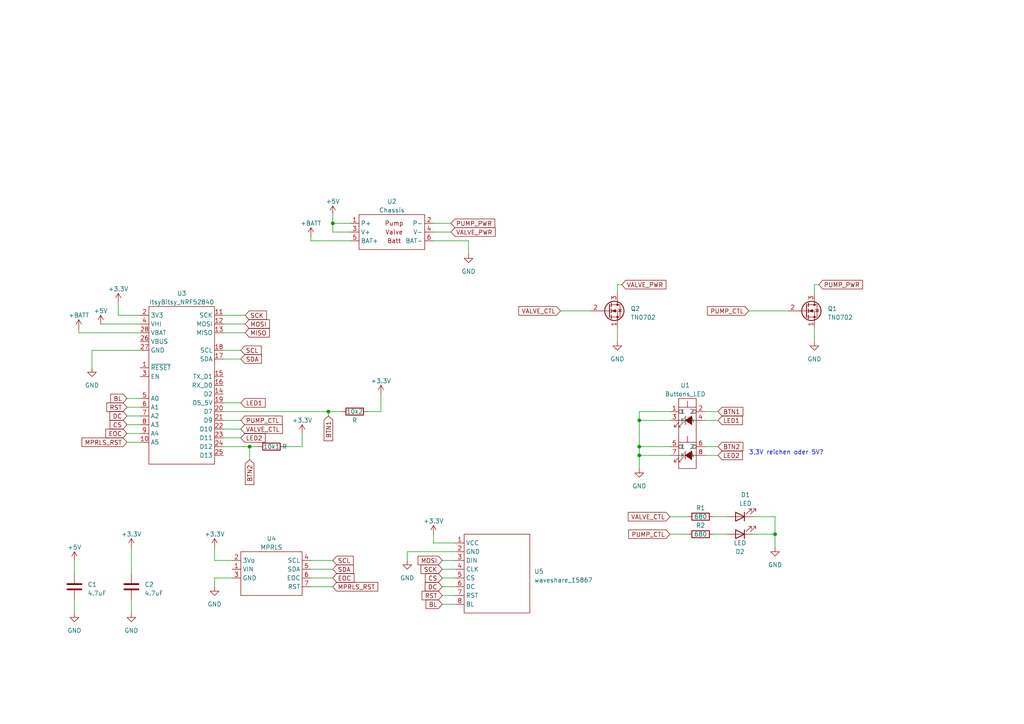
<source format=kicad_sch>
(kicad_sch (version 20230121) (generator eeschema)
  (paper "A4")
  (lib_symbols
    (symbol "BS170_1" (pin_names hide)
      (property "Reference" "Q2" (at 6.35 0.635 0))
      (property "Value" "TN0702" (at 6.35 -1.905 0))
      (symbol "BS170_1_0_1"
        (polyline (pts (xy 0.254 0) (xy -2.54 0)))
        (polyline (pts (xy 0.254 1.905) (xy 0.254 -1.905)) (stroke (width 0.254)))
        (polyline (pts (xy 0.762 -1.27) (xy 0.762 -2.286)) (stroke (width 0.254)))
        (polyline (pts (xy 0.762 0.508) (xy 0.762 -0.508)) (stroke (width 0.254)))
        (polyline (pts (xy 0.762 2.286) (xy 0.762 1.27)) (stroke (width 0.254)))
        (polyline (pts (xy 2.54 2.54) (xy 2.54 1.778)))
        (polyline (pts (xy 2.54 -2.54) (xy 2.54 0) (xy 0.762 0)))
        (polyline (pts (xy 0.762 -1.778) (xy 3.302 -1.778) (xy 3.302 1.778) (xy 0.762 1.778)))
        (polyline (pts (xy 1.016 0) (xy 2.032 0.381) (xy 2.032 -0.381) (xy 1.016 0)) (fill (type outline)))
        (polyline (pts (xy 2.794 0.508) (xy 2.921 0.381) (xy 3.683 0.381) (xy 3.81 0.254)))
        (polyline (pts (xy 3.302 0.381) (xy 2.921 -0.254) (xy 3.683 -0.254) (xy 3.302 0.381)))
        (circle (center 1.651 0) (radius 2.794) (stroke (width 0.254)))
        (circle (center 2.54 -1.778) (radius 0.254) (fill (type outline)))
        (circle (center 2.54 1.778) (radius 0.254) (fill (type outline)))
      )
      (symbol "BS170_1_1_1"
        (pin passive line (at 2.54 -5.08 90) (length 2.54) (name "S") (number "1"))
        (pin input line (at -5.08 0 0) (length 2.54) (name "G") (number "2"))
        (pin passive line (at 2.54 5.08 270) (length 2.54) (name "D") (number "3"))
      )
    )
    (symbol "Device:C" (pin_numbers hide) (pin_names (offset 0.254))
      (property "Reference" "C" (at 0.635 2.54 0))
      (property "Value" "C" (at 0.635 -2.54 0))
      (symbol "C_0_1"
        (polyline (pts (xy -2.032 -0.762) (xy 2.032 -0.762)) (stroke (width 0.508)))
        (polyline (pts (xy -2.032 0.762) (xy 2.032 0.762)) (stroke (width 0.508)))
      )
      (symbol "C_1_1"
        (pin passive line (at 0 3.81 270) (length 2.794) (name "~") (number "1"))
        (pin passive line (at 0 -3.81 90) (length 2.794) (name "~") (number "2"))
      )
    )
    (symbol "Device:LED" (pin_numbers hide) (pin_names (offset 1.016) hide)
      (property "Reference" "D" (at 0 2.54 0))
      (property "Value" "LED" (at 0 -2.54 0))
      (symbol "LED_0_1"
        (polyline (pts (xy -1.27 -1.27) (xy -1.27 1.27)) (stroke (width 0.254)))
        (polyline (pts (xy -1.27 0) (xy 1.27 0)))
        (polyline (pts (xy 1.27 -1.27) (xy 1.27 1.27) (xy -1.27 0) (xy 1.27 -1.27)) (stroke (width 0.254)))
        (polyline (pts (xy -3.048 -0.762) (xy -4.572 -2.286) (xy -3.81 -2.286) (xy -4.572 -2.286) (xy -4.572 -1.524)))
        (polyline (pts (xy -1.778 -0.762) (xy -3.302 -2.286) (xy -2.54 -2.286) (xy -3.302 -2.286) (xy -3.302 -1.524)))
      )
      (symbol "LED_1_1"
        (pin passive line (at -3.81 0 0) (length 2.54) (name "K") (number "1"))
        (pin passive line (at 3.81 0 180) (length 2.54) (name "A") (number "2"))
      )
    )
    (symbol "Device:R" (pin_numbers hide) (pin_names (offset 0))
      (property "Reference" "R" (at 2.032 0 90))
      (property "Value" "R" (at 0 0 90))
      (symbol "R_0_1"
        (rectangle (start -1.016 -2.54) (end 1.016 2.54) (stroke (width 0.254)))
      )
      (symbol "R_1_1"
        (pin passive line (at 0 3.81 270) (length 1.27) (name "~") (number "1"))
        (pin passive line (at 0 -3.81 90) (length 1.27) (name "~") (number "2"))
      )
    )
    (symbol "PRO_MCU:Buttons_LED"
      (property "Reference" "U" (at 0 0 0))
      (property "Value" "Buttons_LED" (at 0 -1.27 0))
      (symbol "Buttons_LED_0_0"
        (polyline (pts (xy -3.81 -20.955) (xy -2.54 -19.685)))
        (polyline (pts (xy -3.81 -10.795) (xy -2.54 -9.525)))
        (polyline (pts (xy -2.54 -20.955) (xy -1.27 -19.685)))
        (polyline (pts (xy -2.54 -19.05) (xy 2.54 -19.05)))
        (polyline (pts (xy -2.54 -10.795) (xy -1.27 -9.525)))
        (polyline (pts (xy -2.54 -8.89) (xy 2.54 -8.89)))
        (polyline (pts (xy -0.635 -17.78) (xy -0.635 -20.32)))
        (polyline (pts (xy -0.635 -7.62) (xy -0.635 -10.16)))
        (polyline (pts (xy -3.81 -20.32) (xy -3.81 -20.955) (xy -3.175 -20.955)))
        (polyline (pts (xy -3.81 -10.16) (xy -3.81 -10.795) (xy -3.175 -10.795)))
        (polyline (pts (xy -2.54 -20.32) (xy -2.54 -20.955) (xy -1.905 -20.955)))
        (polyline (pts (xy -2.54 -10.16) (xy -2.54 -10.795) (xy -1.905 -10.795)))
        (polyline (pts (xy -0.635 -19.05) (xy 1.27 -17.78) (xy 1.27 -20.32) (xy -0.635 -19.05)) (fill (type outline)))
        (polyline (pts (xy -0.635 -8.89) (xy 1.27 -7.62) (xy 1.27 -10.16) (xy -0.635 -8.89)) (fill (type outline)))
      )
      (symbol "Buttons_LED_0_1"
        (rectangle (start -2.54 -22.86) (end 2.54 -2.54))
        (circle (center -2.032 -16.51) (radius 0.508))
        (circle (center -2.032 -6.35) (radius 0.508))
        (polyline (pts (xy 0 -15.24) (xy 0 -13.462)))
        (polyline (pts (xy 0 -5.08) (xy 0 -3.302)))
        (polyline (pts (xy 2.54 -15.24) (xy -2.54 -15.24)))
        (polyline (pts (xy 2.54 -5.08) (xy -2.54 -5.08)))
        (circle (center 2.032 -16.51) (radius 0.508))
        (circle (center 2.032 -6.35) (radius 0.508))
        (pin passive line (at -5.08 -6.35 0) (length 2.54) (name "1") (number "1"))
        (pin passive line (at 5.08 -6.35 180) (length 2.54) (name "2") (number "2"))
        (pin passive line (at -5.08 -8.89 0) (length 2.54) (name "K") (number "3"))
        (pin passive line (at 5.08 -8.89 180) (length 2.54) (name "A") (number "4"))
        (pin passive line (at -5.08 -16.51 0) (length 2.54) (name "1") (number "5"))
        (pin passive line (at 5.08 -16.51 180) (length 2.54) (name "2") (number "6"))
        (pin passive line (at -5.08 -19.05 0) (length 2.54) (name "K") (number "7"))
        (pin passive line (at 5.08 -19.05 180) (length 2.54) (name "A") (number "8"))
      )
    )
    (symbol "PRO_MCU:Chassis"
      (property "Reference" "U" (at 0 0 0))
      (property "Value" "Chassis" (at 0 -1.27 0))
      (symbol "Chassis_0_0"
        (text "Batt" (at 0 -10.16 0) (effects (font (size 1.27 1.27))))
        (text "Pump" (at 0 -5.08 0) (effects (font (size 1.27 1.27))))
        (text "Valve" (at 0 -7.62 0) (effects (font (size 1.27 1.27))))
      )
      (symbol "Chassis_0_1"
        (rectangle (start -10.16 -2.54) (end 8.89 -12.7))
      )
      (symbol "Chassis_1_1"
        (pin output line (at -12.7 -5.08 0) (length 2.54) (name "P+") (number "1"))
        (pin output line (at 11.43 -5.08 180) (length 2.54) (name "P-") (number "2"))
        (pin output line (at -12.7 -7.62 0) (length 2.54) (name "V+") (number "3"))
        (pin output line (at 11.43 -7.62 180) (length 2.54) (name "V-") (number "4"))
        (pin output line (at -12.7 -10.16 0) (length 2.54) (name "BAT+") (number "5"))
        (pin output line (at 11.43 -10.16 180) (length 2.54) (name "BAT-") (number "6"))
      )
    )
    (symbol "PRO_MCU:ItsyBitsy_NRF52840"
      (property "Reference" "U" (at -8.89 -48.26 0))
      (property "Value" "ItsyBitsy_NRF52840" (at -1.27 2.54 0))
      (symbol "ItsyBitsy_NRF52840_0_1"
        (rectangle (start -10.16 0) (end 8.89 -45.72))
      )
      (symbol "ItsyBitsy_NRF52840_1_1"
        (pin input line (at -12.7 -17.78 0) (length 2.54) (name "~{RESET}") (number "1"))
        (pin output line (at -12.7 -39.37 0) (length 2.54) (name "A5") (number "10"))
        (pin output line (at 11.43 -2.54 180) (length 2.54) (name "SCK") (number "11"))
        (pin output line (at 11.43 -5.08 180) (length 2.54) (name "MOSI") (number "12"))
        (pin output line (at 11.43 -7.62 180) (length 2.54) (name "MISO") (number "13"))
        (pin output line (at 11.43 -25.4 180) (length 2.54) (name "D2") (number "14"))
        (pin output line (at 11.43 -20.32 180) (length 2.54) (name "TX_D1") (number "15"))
        (pin output line (at 11.43 -22.86 180) (length 2.54) (name "RX_D0") (number "16"))
        (pin output line (at 11.43 -15.24 180) (length 2.54) (name "SDA") (number "17"))
        (pin output line (at 11.43 -12.7 180) (length 2.54) (name "SCL") (number "18"))
        (pin output line (at 11.43 -27.94 180) (length 2.54) (name "D5_5V") (number "19"))
        (pin output line (at -12.7 -2.54 0) (length 2.54) (name "3V3") (number "2"))
        (pin output line (at 11.43 -30.48 180) (length 2.54) (name "D7") (number "20"))
        (pin output line (at 11.43 -33.02 180) (length 2.54) (name "D9") (number "21"))
        (pin output line (at 11.43 -35.56 180) (length 2.54) (name "D10") (number "22"))
        (pin output line (at 11.43 -38.1 180) (length 2.54) (name "D11") (number "23"))
        (pin output line (at 11.43 -40.64 180) (length 2.54) (name "D12") (number "24"))
        (pin output line (at 11.43 -43.18 180) (length 2.54) (name "D13") (number "25"))
        (pin output line (at -12.7 -10.16 0) (length 2.54) (name "VBUS") (number "26"))
        (pin output line (at -12.7 -12.7 0) (length 2.54) (name "GND") (number "27"))
        (pin output line (at -12.7 -7.62 0) (length 2.54) (name "VBAT") (number "28"))
        (pin input line (at -12.7 -20.32 0) (length 2.54) (name "EN") (number "3"))
        (pin output line (at -12.7 -5.08 0) (length 2.54) (name "VHI") (number "4"))
        (pin output line (at -12.7 -26.67 0) (length 2.54) (name "A0") (number "5"))
        (pin output line (at -12.7 -29.21 0) (length 2.54) (name "A1") (number "6"))
        (pin output line (at -12.7 -31.75 0) (length 2.54) (name "A2") (number "7"))
        (pin output line (at -12.7 -34.29 0) (length 2.54) (name "A3") (number "8"))
        (pin output line (at -12.7 -36.83 0) (length 2.54) (name "A4") (number "9"))
      )
    )
    (symbol "PRO_MCU:MPRLS"
      (property "Reference" "U2" (at 1.27 13.97 0))
      (property "Value" "MPRLS" (at 1.27 11.43 0))
      (symbol "MPRLS_0_1"
        (rectangle (start -10.16 8.89) (end 7.62 -3.81))
      )
      (symbol "MPRLS_1_1"
        (pin power_in line (at -12.7 3.81 0) (length 2.54) (name "VIN") (number "1"))
        (pin power_out line (at -12.7 6.35 0) (length 2.54) (name "3Vo") (number "2"))
        (pin power_in line (at -12.7 1.27 0) (length 2.54) (name "GND") (number "3"))
        (pin bidirectional line (at 10.16 6.35 180) (length 2.54) (name "SCL") (number "4"))
        (pin bidirectional line (at 10.16 3.81 180) (length 2.54) (name "SDA") (number "5"))
        (pin bidirectional line (at 10.16 1.27 180) (length 2.54) (name "EOC") (number "6"))
        (pin bidirectional line (at 10.16 -1.27 180) (length 2.54) (name "RST") (number "7"))
      )
    )
    (symbol "PRO_MCU:waveshare_15867"
      (property "Reference" "U" (at -7.62 13.97 0))
      (property "Value" "waveshare_15867" (at 0 11.43 0))
      (symbol "waveshare_15867_0_1"
        (rectangle (start -8.89 10.16) (end 10.16 -12.7))
      )
      (symbol "waveshare_15867_1_1"
        (pin power_in line (at -11.43 7.62 0) (length 2.54) (name "VCC") (number "1"))
        (pin power_in line (at -11.43 5.08 0) (length 2.54) (name "GND") (number "2"))
        (pin input line (at -11.43 2.54 0) (length 2.54) (name "DIN") (number "3"))
        (pin input line (at -11.43 0 0) (length 2.54) (name "CLK") (number "4"))
        (pin input line (at -11.43 -2.54 0) (length 2.54) (name "CS") (number "5"))
        (pin input line (at -11.43 -5.08 0) (length 2.54) (name "DC") (number "6"))
        (pin input line (at -11.43 -7.62 0) (length 2.54) (name "RST") (number "7"))
        (pin input line (at -11.43 -10.16 0) (length 2.54) (name "BL") (number "8"))
      )
    )
    (symbol "power:+3.3V" (power) (pin_names (offset 0))
      (property "Value" "+3.3V" (at 0 3.556 0))
      (symbol "+3.3V_0_1"
        (polyline (pts (xy -0.762 1.27) (xy 0 2.54)))
        (polyline (pts (xy 0 0) (xy 0 2.54)))
        (polyline (pts (xy 0 2.54) (xy 0.762 1.27)))
      )
      (symbol "+3.3V_1_1"
        (pin power_in line (at 0 0 90) (length 0) hide (name "+3.3V") (number "1"))
      )
    )
    (symbol "power:+5V" (power) (pin_names (offset 0))
      (property "Value" "+5V" (at 0 3.556 0))
      (symbol "+5V_0_1"
        (polyline (pts (xy -0.762 1.27) (xy 0 2.54)))
        (polyline (pts (xy 0 0) (xy 0 2.54)))
        (polyline (pts (xy 0 2.54) (xy 0.762 1.27)))
      )
      (symbol "+5V_1_1"
        (pin power_in line (at 0 0 90) (length 0) hide (name "+5V") (number "1"))
      )
    )
    (symbol "power:+BATT" (power) (pin_names (offset 0))
      (property "Value" "+BATT" (at 0 3.556 0))
      (symbol "+BATT_0_1"
        (polyline (pts (xy -0.762 1.27) (xy 0 2.54)))
        (polyline (pts (xy 0 0) (xy 0 2.54)))
        (polyline (pts (xy 0 2.54) (xy 0.762 1.27)))
      )
      (symbol "+BATT_1_1"
        (pin power_in line (at 0 0 90) (length 0) hide (name "+BATT") (number "1"))
      )
    )
    (symbol "power:GND" (power) (pin_names (offset 0))
      (property "Value" "GND" (at 0 -3.81 0))
      (symbol "GND_0_1"
        (polyline (pts (xy 0 0) (xy 0 -1.27) (xy 1.27 -1.27) (xy 0 -2.54) (xy -1.27 -1.27) (xy 0 -1.27)))
      )
      (symbol "GND_1_1"
        (pin power_in line (at 0 0 270) (length 0) hide (name "GND") (number "1"))
      )
    )
  )
  (junction (at 185.42 121.92))
  (junction (at 72.39 129.54))
  (junction (at 96.52 64.77))
  (junction (at 224.79 154.94))
  (junction (at 95.25 119.38))
  (junction (at 185.42 132.08))
  (junction (at 185.42 129.54))
  (wire (pts (xy 128.27 162.56) (xy 132.08 162.56)))
  (wire (pts (xy 96.52 64.77) (xy 96.52 67.31)))
  (wire (pts (xy 110.49 114.3) (xy 110.49 119.38)))
  (wire (pts (xy 87.63 125.73) (xy 87.63 129.54)))
  (wire (pts (xy 194.31 149.86) (xy 199.39 149.86)))
  (wire (pts (xy 125.73 67.31) (xy 130.81 67.31)))
  (wire (pts (xy 118.11 160.02) (xy 118.11 162.56)))
  (wire (pts (xy 90.17 68.58) (xy 90.17 69.85)))
  (wire (pts (xy 22.86 95.25) (xy 22.86 96.52)))
  (wire (pts (xy 67.31 162.56) (xy 62.23 162.56)))
  (wire (pts (xy 64.77 93.98) (xy 71.12 93.98)))
  (wire (pts (xy 207.01 149.86) (xy 210.82 149.86)))
  (wire (pts (xy 90.17 165.1) (xy 96.52 165.1)))
  (wire (pts (xy 128.27 170.18) (xy 132.08 170.18)))
  (wire (pts (xy 224.79 149.86) (xy 224.79 154.94)))
  (wire (pts (xy 237.49 82.55) (xy 236.22 82.55)))
  (wire (pts (xy 64.77 96.52) (xy 71.12 96.52)))
  (wire (pts (xy 96.52 67.31) (xy 101.6 67.31)))
  (wire (pts (xy 101.6 69.85) (xy 90.17 69.85)))
  (wire (pts (xy 38.1 173.99) (xy 38.1 177.8)))
  (wire (pts (xy 21.59 162.56) (xy 21.59 166.37)))
  (wire (pts (xy 64.77 121.92) (xy 69.85 121.92)))
  (wire (pts (xy 64.77 116.84) (xy 69.85 116.84)))
  (wire (pts (xy 194.31 119.38) (xy 185.42 119.38)))
  (wire (pts (xy 179.07 82.55) (xy 179.07 85.09)))
  (wire (pts (xy 36.83 125.73) (xy 40.64 125.73)))
  (wire (pts (xy 67.31 167.64) (xy 62.23 167.64)))
  (wire (pts (xy 204.47 121.92) (xy 208.28 121.92)))
  (wire (pts (xy 207.01 154.94) (xy 210.82 154.94)))
  (wire (pts (xy 36.83 128.27) (xy 40.64 128.27)))
  (wire (pts (xy 36.83 123.19) (xy 40.64 123.19)))
  (wire (pts (xy 194.31 154.94) (xy 199.39 154.94)))
  (wire (pts (xy 64.77 101.6) (xy 69.85 101.6)))
  (wire (pts (xy 236.22 95.25) (xy 236.22 99.06)))
  (wire (pts (xy 26.67 101.6) (xy 26.67 106.68)))
  (wire (pts (xy 185.42 129.54) (xy 194.31 129.54)))
  (wire (pts (xy 224.79 154.94) (xy 224.79 158.75)))
  (wire (pts (xy 128.27 172.72) (xy 132.08 172.72)))
  (wire (pts (xy 34.29 91.44) (xy 40.64 91.44)))
  (wire (pts (xy 36.83 115.57) (xy 40.64 115.57)))
  (wire (pts (xy 62.23 167.64) (xy 62.23 170.18)))
  (wire (pts (xy 218.44 154.94) (xy 224.79 154.94)))
  (wire (pts (xy 90.17 162.56) (xy 96.52 162.56)))
  (wire (pts (xy 194.31 121.92) (xy 185.42 121.92)))
  (wire (pts (xy 179.07 95.25) (xy 179.07 99.06)))
  (wire (pts (xy 218.44 149.86) (xy 224.79 149.86)))
  (wire (pts (xy 64.77 91.44) (xy 71.12 91.44)))
  (wire (pts (xy 96.52 62.23) (xy 96.52 64.77)))
  (wire (pts (xy 125.73 154.94) (xy 125.73 157.48)))
  (wire (pts (xy 204.47 119.38) (xy 208.28 119.38)))
  (wire (pts (xy 125.73 64.77) (xy 130.81 64.77)))
  (wire (pts (xy 64.77 119.38) (xy 95.25 119.38)))
  (wire (pts (xy 132.08 157.48) (xy 125.73 157.48)))
  (wire (pts (xy 96.52 64.77) (xy 101.6 64.77)))
  (wire (pts (xy 185.42 132.08) (xy 185.42 135.89)))
  (wire (pts (xy 64.77 104.14) (xy 69.85 104.14)))
  (wire (pts (xy 62.23 158.75) (xy 62.23 162.56)))
  (wire (pts (xy 128.27 175.26) (xy 132.08 175.26)))
  (wire (pts (xy 64.77 129.54) (xy 72.39 129.54)))
  (wire (pts (xy 72.39 129.54) (xy 72.39 133.35)))
  (wire (pts (xy 82.55 129.54) (xy 87.63 129.54)))
  (wire (pts (xy 180.34 82.55) (xy 179.07 82.55)))
  (wire (pts (xy 106.68 119.38) (xy 110.49 119.38)))
  (wire (pts (xy 185.42 119.38) (xy 185.42 121.92)))
  (wire (pts (xy 95.25 119.38) (xy 95.25 120.65)))
  (wire (pts (xy 64.77 127) (xy 69.85 127)))
  (wire (pts (xy 185.42 121.92) (xy 185.42 129.54)))
  (wire (pts (xy 22.86 96.52) (xy 40.64 96.52)))
  (wire (pts (xy 21.59 173.99) (xy 21.59 177.8)))
  (wire (pts (xy 29.21 93.98) (xy 40.64 93.98)))
  (wire (pts (xy 185.42 129.54) (xy 185.42 132.08)))
  (wire (pts (xy 204.47 129.54) (xy 208.28 129.54)))
  (wire (pts (xy 40.64 101.6) (xy 26.67 101.6)))
  (wire (pts (xy 95.25 119.38) (xy 99.06 119.38)))
  (wire (pts (xy 90.17 170.18) (xy 96.52 170.18)))
  (wire (pts (xy 38.1 158.75) (xy 38.1 166.37)))
  (wire (pts (xy 128.27 167.64) (xy 132.08 167.64)))
  (wire (pts (xy 128.27 165.1) (xy 132.08 165.1)))
  (wire (pts (xy 64.77 124.46) (xy 69.85 124.46)))
  (wire (pts (xy 36.83 120.65) (xy 40.64 120.65)))
  (wire (pts (xy 90.17 167.64) (xy 96.52 167.64)))
  (wire (pts (xy 162.56 90.17) (xy 171.45 90.17)))
  (wire (pts (xy 125.73 69.85) (xy 135.89 69.85)))
  (wire (pts (xy 135.89 69.85) (xy 135.89 73.66)))
  (wire (pts (xy 36.83 118.11) (xy 40.64 118.11)))
  (wire (pts (xy 194.31 132.08) (xy 185.42 132.08)))
  (wire (pts (xy 34.29 87.63) (xy 34.29 91.44)))
  (wire (pts (xy 217.17 90.17) (xy 228.6 90.17)))
  (wire (pts (xy 72.39 129.54) (xy 74.93 129.54)))
  (wire (pts (xy 204.47 132.08) (xy 208.28 132.08)))
  (wire (pts (xy 132.08 160.02) (xy 118.11 160.02)))
  (wire (pts (xy 236.22 82.55) (xy 236.22 85.09)))
  (text "3,3V reichen oder 5V?\n" (at 217.17 132.08 0) (effects (font (size 1.27 1.27)) (justify left bottom)))
  (global_label "VALVE_CTL" (shape input) (at 194.31 149.86 180) (property "Intersheetrefs" "${INTERSHEET_REFS}" (effects hide)))
  (global_label "MOSI" (shape input) (at 128.27 162.56 180) (property "Intersheetrefs" "${INTERSHEET_REFS}" (effects hide)))
  (global_label "MOSI" (shape input) (at 71.12 93.98 0) (property "Intersheetrefs" "${INTERSHEET_REFS}" (effects hide)))
  (global_label "PUMP_PWR" (shape input) (at 237.49 82.55 0) (property "Intersheetrefs" "${INTERSHEET_REFS}" (effects hide)))
  (global_label "EOC" (shape input) (at 36.83 125.73 180) (property "Intersheetrefs" "${INTERSHEET_REFS}" (effects hide)))
  (global_label "MPRLS_RST" (shape input) (at 36.83 128.27 180) (property "Intersheetrefs" "${INTERSHEET_REFS}" (effects hide)))
  (global_label "EOC" (shape input) (at 96.52 167.64 0) (property "Intersheetrefs" "${INTERSHEET_REFS}" (effects hide)))
  (global_label "MPRLS_RST" (shape input) (at 96.52 170.18 0) (property "Intersheetrefs" "${INTERSHEET_REFS}" (effects hide)))
  (global_label "SCK" (shape input) (at 71.12 91.44 0) (property "Intersheetrefs" "${INTERSHEET_REFS}" (effects hide)))
  (global_label "DC" (shape input) (at 36.83 120.65 180) (property "Intersheetrefs" "${INTERSHEET_REFS}" (effects hide)))
  (global_label "BTN2" (shape input) (at 72.39 133.35 270) (property "Intersheetrefs" "${INTERSHEET_REFS}" (effects hide)))
  (global_label "BL" (shape input) (at 36.83 115.57 180) (property "Intersheetrefs" "${INTERSHEET_REFS}" (effects hide)))
  (global_label "PUMP_CTL" (shape input) (at 194.31 154.94 180) (property "Intersheetrefs" "${INTERSHEET_REFS}" (effects hide)))
  (global_label "VALVE_CTL" (shape input) (at 162.56 90.17 180) (property "Intersheetrefs" "${INTERSHEET_REFS}" (effects hide)))
  (global_label "MISO" (shape input) (at 71.12 96.52 0) (property "Intersheetrefs" "${INTERSHEET_REFS}" (effects hide)))
  (global_label "VALVE_CTL" (shape input) (at 69.85 124.46 0) (property "Intersheetrefs" "${INTERSHEET_REFS}" (effects hide)))
  (global_label "DC" (shape input) (at 128.27 170.18 180) (property "Intersheetrefs" "${INTERSHEET_REFS}" (effects hide)))
  (global_label "CS" (shape input) (at 36.83 123.19 180) (property "Intersheetrefs" "${INTERSHEET_REFS}" (effects hide)))
  (global_label "LED1" (shape input) (at 69.85 116.84 0) (property "Intersheetrefs" "${INTERSHEET_REFS}" (effects hide)))
  (global_label "BTN1" (shape input) (at 95.25 120.65 270) (property "Intersheetrefs" "${INTERSHEET_REFS}" (effects hide)))
  (global_label "LED1" (shape input) (at 208.28 121.92 0) (property "Intersheetrefs" "${INTERSHEET_REFS}" (effects hide)))
  (global_label "SCL" (shape input) (at 69.85 101.6 0) (property "Intersheetrefs" "${INTERSHEET_REFS}" (effects hide)))
  (global_label "PUMP_PWR" (shape input) (at 130.81 64.77 0) (property "Intersheetrefs" "${INTERSHEET_REFS}" (effects hide)))
  (global_label "SCK" (shape input) (at 128.27 165.1 180) (property "Intersheetrefs" "${INTERSHEET_REFS}" (effects hide)))
  (global_label "LED2" (shape input) (at 69.85 127 0) (property "Intersheetrefs" "${INTERSHEET_REFS}" (effects hide)))
  (global_label "CS" (shape input) (at 128.27 167.64 180) (property "Intersheetrefs" "${INTERSHEET_REFS}" (effects hide)))
  (global_label "SCL" (shape input) (at 96.52 162.56 0) (property "Intersheetrefs" "${INTERSHEET_REFS}" (effects hide)))
  (global_label "LED2" (shape input) (at 208.28 132.08 0) (property "Intersheetrefs" "${INTERSHEET_REFS}" (effects hide)))
  (global_label "PUMP_CTL" (shape input) (at 217.17 90.17 180) (property "Intersheetrefs" "${INTERSHEET_REFS}" (effects hide)))
  (global_label "RST" (shape input) (at 36.83 118.11 180) (property "Intersheetrefs" "${INTERSHEET_REFS}" (effects hide)))
  (global_label "BTN1" (shape input) (at 208.28 119.38 0) (property "Intersheetrefs" "${INTERSHEET_REFS}" (effects hide)))
  (global_label "RST" (shape input) (at 128.27 172.72 180) (property "Intersheetrefs" "${INTERSHEET_REFS}" (effects hide)))
  (global_label "BL" (shape input) (at 128.27 175.26 180) (property "Intersheetrefs" "${INTERSHEET_REFS}" (effects hide)))
  (global_label "BTN2" (shape input) (at 208.28 129.54 0) (property "Intersheetrefs" "${INTERSHEET_REFS}" (effects hide)))
  (global_label "VALVE_PWR" (shape input) (at 130.81 67.31 0) (property "Intersheetrefs" "${INTERSHEET_REFS}" (effects hide)))
  (global_label "VALVE_PWR" (shape input) (at 180.34 82.55 0) (property "Intersheetrefs" "${INTERSHEET_REFS}" (effects hide)))
  (global_label "SDA" (shape input) (at 69.85 104.14 0) (property "Intersheetrefs" "${INTERSHEET_REFS}" (effects hide)))
  (global_label "SDA" (shape input) (at 96.52 165.1 0) (property "Intersheetrefs" "${INTERSHEET_REFS}" (effects hide)))
  (global_label "PUMP_CTL" (shape input) (at 69.85 121.92 0) (property "Intersheetrefs" "${INTERSHEET_REFS}" (effects hide)))
  (symbol (lib_id "PRO_MCU:Buttons_LED") (at 199.39 113.03 0) (unit 1)
    (property "Reference" "U1" (at 198.755 111.76 0))
    (property "Value" "Buttons_LED" (at 198.755 114.3 0))
    (property "Footprint" "Connector_IDC:IDC-Header_2x04_P2.54mm_Vertical" (effects hide))
  )
  (symbol (lib_id "power:+3.3V") (at 125.73 154.94 0) (unit 1)
    (property "Reference" "#PWR013" (effects hide))
    (property "Value" "+3.3V" (at 125.73 151.13 0))
  )
  (symbol (lib_id "Device:LED") (at 214.63 149.86 180) (unit 1)
    (property "Reference" "D1" (at 216.2175 143.51 0))
    (property "Value" "LED" (at 216.2175 146.05 0))
    (property "Footprint" "LED_THT:LED_D3.0mm" (effects hide))
  )
  (symbol (lib_id "PRO_MCU:MPRLS") (at 80.01 168.91 0) (unit 1)
    (property "Reference" "U4" (at 78.74 156.21 0))
    (property "Value" "MPRLS" (at 78.74 158.75 0))
    (property "Footprint" "PRO_MCU:MPRLS" (effects hide))
  )
  (symbol (lib_id "power:GND") (at 185.42 135.89 0) (unit 1)
    (property "Reference" "#PWR08" (effects hide))
    (property "Value" "GND" (at 185.42 140.97 0))
  )
  (symbol (lib_id "power:GND") (at 236.22 99.06 0) (unit 1)
    (property "Reference" "#PWR06" (effects hide))
    (property "Value" "GND" (at 236.22 104.14 0))
  )
  (symbol (lib_id "power:GND") (at 179.07 99.06 0) (unit 1)
    (property "Reference" "#PWR05" (effects hide))
    (property "Value" "GND" (at 179.07 104.14 0))
  )
  (symbol (lib_id "Device:C") (at 21.59 170.18 0) (unit 1)
    (property "Reference" "C1" (at 25.4 169.545 0) (effects (justify left)))
    (property "Value" "4.7uF" (at 25.4 172.085 0) (effects (justify left)))
    (property "Footprint" "Capacitor_SMD:C_0805_2012Metric" (effects hide))
  )
  (symbol (lib_id "PRO_MCU:ItsyBitsy_NRF52840") (at 53.34 88.9 0) (unit 1)
    (property "Reference" "U3" (at 52.705 85.09 0))
    (property "Value" "ItsyBitsy_NRF52840" (at 52.705 87.63 0))
    (property "Footprint" "PRO_MCU:ItsyBitsy_NRF52840" (effects hide))
  )
  (symbol (lib_id "Device:R") (at 78.74 129.54 90) (unit 1)
    (property "Reference" "10k1" (at 78.74 129.54 90))
    (property "Value" "R" (at 82.55 129.54 90))
    (property "Footprint" "Resistor_THT:R_Axial_DIN0207_L6.3mm_D2.5mm_P10.16mm_Horizontal" (effects hide))
  )
  (symbol (lib_id "power:+3.3V") (at 87.63 125.73 0) (unit 1)
    (property "Reference" "#PWR010" (effects hide))
    (property "Value" "+3.3V" (at 87.63 121.92 0))
  )
  (symbol (lib_id "power:+3.3V") (at 110.49 114.3 0) (unit 1)
    (property "Reference" "#PWR021" (effects hide))
    (property "Value" "+3.3V" (at 110.49 110.49 0))
  )
  (symbol (lib_id "power:GND") (at 62.23 170.18 0) (unit 1)
    (property "Reference" "#PWR01" (effects hide))
    (property "Value" "GND" (at 62.23 175.26 0))
  )
  (symbol (lib_id "power:GND") (at 224.79 158.75 0) (unit 1)
    (property "Reference" "#PWR015" (effects hide))
    (property "Value" "GND" (at 224.79 163.83 0))
  )
  (symbol (lib_id "power:GND") (at 21.59 177.8 0) (unit 1)
    (property "Reference" "#PWR018" (effects hide))
    (property "Value" "GND" (at 21.59 182.88 0))
  )
  (symbol (lib_id "Device:C") (at 38.1 170.18 0) (unit 1)
    (property "Reference" "C2" (at 41.91 169.545 0) (effects (justify left)))
    (property "Value" "4.7uF" (at 41.91 172.085 0) (effects (justify left)))
    (property "Footprint" "Capacitor_SMD:C_0805_2012Metric" (effects hide))
  )
  (symbol (lib_id "Device:R") (at 102.87 119.38 90) (unit 1)
    (property "Reference" "10k2" (at 102.87 119.38 90))
    (property "Value" "R" (at 102.87 121.92 90))
    (property "Footprint" "Resistor_THT:R_Axial_DIN0207_L6.3mm_D2.5mm_P10.16mm_Horizontal" (effects hide))
  )
  (symbol (lib_id "PRO_MCU:waveshare_15867") (at 143.51 165.1 0) (unit 1)
    (property "Reference" "U5" (at 154.94 165.735 0) (effects (justify left)))
    (property "Value" "waveshare_15867" (at 154.94 168.275 0) (effects (justify left)))
    (property "Footprint" "Connector_IDC:IDC-Header_2x04_P2.54mm_Vertical" (effects hide))
  )
  (symbol (lib_id "power:GND") (at 118.11 162.56 0) (unit 1)
    (property "Reference" "#PWR02" (effects hide))
    (property "Value" "GND" (at 118.11 167.64 0))
  )
  (symbol (lib_id "power:GND") (at 135.89 73.66 0) (unit 1)
    (property "Reference" "#PWR03" (effects hide))
    (property "Value" "GND" (at 135.89 78.74 0))
  )
  (symbol (lib_id "power:+3.3V") (at 34.29 87.63 0) (unit 1)
    (property "Reference" "#PWR09" (effects hide))
    (property "Value" "+3.3V" (at 34.29 83.82 0))
  )
  (symbol (lib_id "Device:R") (at 203.2 149.86 90) (unit 1)
    (property "Reference" "R1" (at 203.2 147.32 90))
    (property "Value" "680" (at 203.2 149.86 90))
    (property "Footprint" "Resistor_THT:R_Axial_DIN0207_L6.3mm_D2.5mm_P10.16mm_Horizontal" (effects hide))
  )
  (symbol (lib_id "Device:R") (at 203.2 154.94 90) (unit 1)
    (property "Reference" "R2" (at 203.2 152.4 90))
    (property "Value" "680" (at 203.2 154.94 90))
    (property "Footprint" "Resistor_THT:R_Axial_DIN0207_L6.3mm_D2.5mm_P10.16mm_Horizontal" (effects hide))
  )
  (symbol (lib_id "Device:LED") (at 214.63 154.94 180) (unit 1)
    (property "Reference" "D2" (at 214.63 160.02 0))
    (property "Value" "LED" (at 214.63 157.48 0))
    (property "Footprint" "LED_THT:LED_D3.0mm" (effects hide))
  )
  (symbol (lib_name "BS170_1") (lib_id "Transistor_FET:BS170") (at 233.68 90.17 0) (unit 1)
    (property "Reference" "Q1" (at 240.03 89.535 0) (effects (justify left)))
    (property "Value" "TN0702" (at 240.03 92.075 0) (effects (justify left)))
    (property "Footprint" "Package_TO_SOT_THT:TO-92" (effects hide))
    (property "Datasheet" "https://www.onsemi.com/pub/Collateral/BS170-D.PDF" (effects hide))
  )
  (symbol (lib_id "power:+5V") (at 96.52 62.23 0) (unit 1)
    (property "Reference" "#PWR011" (effects hide))
    (property "Value" "+5V" (at 96.52 58.42 0))
  )
  (symbol (lib_id "power:GND") (at 26.67 106.68 0) (unit 1)
    (property "Reference" "#PWR04" (effects hide))
    (property "Value" "GND" (at 26.67 111.76 0))
  )
  (symbol (lib_id "power:+BATT") (at 22.86 95.25 0) (unit 1)
    (property "Reference" "#PWR014" (effects hide))
    (property "Value" "+BATT" (at 22.86 91.44 0))
  )
  (symbol (lib_id "PRO_MCU:Chassis") (at 114.3 59.69 0) (unit 1)
    (property "Reference" "U2" (at 113.665 58.42 0))
    (property "Value" "Chassis" (at 113.665 60.96 0))
    (property "Footprint" "Connector_IDC:IDC-Header_2x03_P2.54mm_Vertical" (effects hide))
  )
  (symbol (lib_id "power:+3.3V") (at 62.23 158.75 0) (unit 1)
    (property "Reference" "#PWR012" (effects hide))
    (property "Value" "+3.3V" (at 62.23 154.94 0))
  )
  (symbol (lib_name "BS170_1") (lib_id "Transistor_FET:BS170") (at 176.53 90.17 0) (unit 1)
    (property "Reference" "Q2" (at 182.88 89.535 0) (effects (justify left)))
    (property "Value" "TN0702" (at 182.88 92.075 0) (effects (justify left)))
    (property "Footprint" "Package_TO_SOT_THT:TO-92" (effects hide))
    (property "Datasheet" "https://www.onsemi.com/pub/Collateral/BS170-D.PDF" (effects hide))
  )
  (symbol (lib_id "power:+BATT") (at 90.17 68.58 0) (unit 1)
    (property "Reference" "#PWR07" (effects hide))
    (property "Value" "+BATT" (at 90.17 64.77 0))
  )
  (symbol (lib_id "power:+5V") (at 21.59 162.56 0) (unit 1)
    (property "Reference" "#PWR017" (effects hide))
    (property "Value" "+5V" (at 21.59 158.75 0))
  )
  (symbol (lib_id "power:GND") (at 38.1 177.8 0) (unit 1)
    (property "Reference" "#PWR020" (effects hide))
    (property "Value" "GND" (at 38.1 182.88 0))
  )
  (symbol (lib_id "power:+5V") (at 29.21 93.98 0) (unit 1)
    (property "Reference" "#PWR016" (effects hide))
    (property "Value" "+5V" (at 29.21 90.17 0))
  )
  (symbol (lib_id "power:+3.3V") (at 38.1 158.75 0) (unit 1)
    (property "Reference" "#PWR019" (effects hide))
    (property "Value" "+3.3V" (at 38.1 154.94 0))
  )
)
</source>
